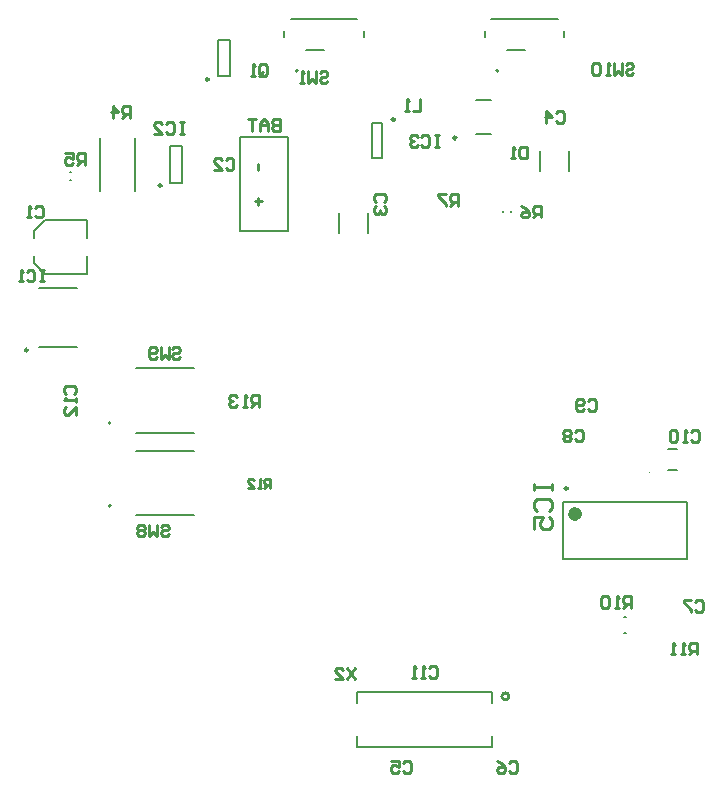
<source format=gbo>
G04*
G04 #@! TF.GenerationSoftware,Altium Limited,Altium Designer,22.3.1 (43)*
G04*
G04 Layer_Color=32896*
%FSLAX44Y44*%
%MOMM*%
G71*
G04*
G04 #@! TF.SameCoordinates,4B90D417-7196-441A-B007-7CACEF84B99C*
G04*
G04*
G04 #@! TF.FilePolarity,Positive*
G04*
G01*
G75*
%ADD10C,0.2000*%
%ADD11C,0.2540*%
%ADD12C,0.1000*%
%ADD13C,0.2500*%
%ADD14C,0.6000*%
%ADD15C,0.1270*%
%ADD110C,0.1540*%
D10*
X-87290Y409290D02*
G03*
X-87290Y409290I-1000J0D01*
G01*
X82710D02*
G03*
X82710Y409290I-1000J0D01*
G01*
X-245500Y41000D02*
G03*
X-245500Y41000I-1000J0D01*
G01*
X-245500Y111000D02*
G03*
X-245500Y111000I-1000J0D01*
G01*
X-52000Y271500D02*
Y288500D01*
X-28000Y271500D02*
Y288500D01*
X-306000Y225000D02*
X-274000D01*
X-306000Y175000D02*
X-274000D01*
X118000Y324000D02*
Y341000D01*
X142000Y324000D02*
Y341000D01*
X93500Y289500D02*
Y290500D01*
X86500Y289500D02*
Y290500D01*
X64000Y355500D02*
X76000D01*
X64000Y384500D02*
X76000D01*
X-24500Y365000D02*
X-15500D01*
X-24500Y335000D02*
Y365000D01*
X-15500Y335000D02*
Y365000D01*
X-24500Y335000D02*
X-15500D01*
X137500Y44000D02*
X242500D01*
X137500Y-4000D02*
X242500D01*
X137500D02*
Y44000D01*
X242500Y-4000D02*
Y44000D01*
X-280500Y316500D02*
X-279500D01*
X-280500Y323500D02*
X-279500D01*
X-255000Y307500D02*
Y352500D01*
X-225000Y307500D02*
Y352500D01*
X-155000Y404500D02*
X-145000D01*
X-155000Y435500D02*
X-145000D01*
X-155000Y404500D02*
Y435500D01*
X-145000Y404500D02*
Y435500D01*
X-195000Y314500D02*
X-185000D01*
X-195000Y345500D02*
X-185000D01*
X-195000Y314500D02*
Y345500D01*
X-185000Y314500D02*
Y345500D01*
X-301500Y282500D02*
X-265500D01*
Y267500D02*
Y282500D01*
Y237500D02*
Y252500D01*
X-301500Y237500D02*
X-265500D01*
X-310500Y267500D02*
Y273500D01*
X-301500Y282500D01*
X-310500Y246500D02*
X-301500Y237500D01*
X-310500Y246500D02*
Y252500D01*
X226000Y71000D02*
X234000D01*
X226000Y89000D02*
X234000D01*
X189000Y-66750D02*
X191000D01*
X189000Y-53250D02*
X191000D01*
D11*
X91542Y-120442D02*
G03*
X91542Y-120442I-2962J0D01*
G01*
X158581Y129560D02*
X160247Y131226D01*
X163580D01*
X165246Y129560D01*
Y122895D01*
X163580Y121229D01*
X160247D01*
X158581Y122895D01*
X155249D02*
X153583Y121229D01*
X150251D01*
X148584Y122895D01*
Y129560D01*
X150251Y131226D01*
X153583D01*
X155249Y129560D01*
Y127894D01*
X153583Y126228D01*
X148584D01*
X-120576Y295881D02*
Y301212D01*
X-117910Y298546D02*
X-123242D01*
X-120805Y325192D02*
Y330523D01*
X-38960Y-96047D02*
X-45624Y-106044D01*
Y-96047D02*
X-38960Y-106044D01*
X-55621D02*
X-48957D01*
X-55621Y-99380D01*
Y-97713D01*
X-53955Y-96047D01*
X-50623D01*
X-48957Y-97713D01*
X190315Y413974D02*
X191981Y415641D01*
X195313D01*
X196979Y413974D01*
Y412308D01*
X195313Y410642D01*
X191981D01*
X190315Y408976D01*
Y407310D01*
X191981Y405644D01*
X195313D01*
X196979Y407310D01*
X186983Y415641D02*
Y405644D01*
X183650Y408976D01*
X180318Y405644D01*
Y415641D01*
X176986Y405644D02*
X173654D01*
X175320D01*
Y415641D01*
X176986Y413974D01*
X168655D02*
X166989Y415641D01*
X163657D01*
X161991Y413974D01*
Y407310D01*
X163657Y405644D01*
X166989D01*
X168655Y407310D01*
Y413974D01*
X-193335Y173332D02*
X-191669Y174998D01*
X-188337D01*
X-186671Y173332D01*
Y171666D01*
X-188337Y170000D01*
X-191669D01*
X-193335Y168334D01*
Y166668D01*
X-191669Y165002D01*
X-188337D01*
X-186671Y166668D01*
X-196668Y174998D02*
Y165002D01*
X-200000Y168334D01*
X-203332Y165002D01*
Y174998D01*
X-206665Y166668D02*
X-208331Y165002D01*
X-211663D01*
X-213329Y166668D01*
Y173332D01*
X-211663Y174998D01*
X-208331D01*
X-206665Y173332D01*
Y171666D01*
X-208331Y170000D01*
X-213329D01*
X-203335Y23332D02*
X-201669Y24998D01*
X-198337D01*
X-196671Y23332D01*
Y21666D01*
X-198337Y20000D01*
X-201669D01*
X-203335Y18334D01*
Y16668D01*
X-201669Y15002D01*
X-198337D01*
X-196671Y16668D01*
X-206668Y24998D02*
Y15002D01*
X-210000Y18334D01*
X-213332Y15002D01*
Y24998D01*
X-216665Y23332D02*
X-218331Y24998D01*
X-221663D01*
X-223329Y23332D01*
Y21666D01*
X-221663Y20000D01*
X-223329Y18334D01*
Y16668D01*
X-221663Y15002D01*
X-218331D01*
X-216665Y16668D01*
Y18334D01*
X-218331Y20000D01*
X-216665Y21666D01*
Y23332D01*
X-218331Y20000D02*
X-221663D01*
X-68749Y407589D02*
X-67083Y409256D01*
X-63750D01*
X-62084Y407589D01*
Y405923D01*
X-63750Y404257D01*
X-67083D01*
X-68749Y402591D01*
Y400925D01*
X-67083Y399259D01*
X-63750D01*
X-62084Y400925D01*
X-72081Y409256D02*
Y399259D01*
X-75413Y402591D01*
X-78746Y399259D01*
Y409256D01*
X-82078Y399259D02*
X-85410D01*
X-83744D01*
Y409256D01*
X-82078Y407589D01*
X-120240Y124842D02*
Y134839D01*
X-125238D01*
X-126904Y133173D01*
Y129840D01*
X-125238Y128174D01*
X-120240D01*
X-123572D02*
X-126904Y124842D01*
X-130237D02*
X-133569D01*
X-131903D01*
Y134839D01*
X-130237Y133173D01*
X-138567D02*
X-140234Y134839D01*
X-143566D01*
X-145232Y133173D01*
Y131507D01*
X-143566Y129840D01*
X-141900D01*
X-143566D01*
X-145232Y128174D01*
Y126508D01*
X-143566Y124842D01*
X-140234D01*
X-138567Y126508D01*
X-110628Y56251D02*
Y63749D01*
X-114377D01*
X-115626Y62499D01*
Y60000D01*
X-114377Y58750D01*
X-110628D01*
X-113127D02*
X-115626Y56251D01*
X-118126D02*
X-120625D01*
X-119375D01*
Y63749D01*
X-118126Y62499D01*
X-129372Y56251D02*
X-124374D01*
X-129372Y61250D01*
Y62499D01*
X-128122Y63749D01*
X-125623D01*
X-124374Y62499D01*
X250830Y-84998D02*
Y-75002D01*
X245831D01*
X244165Y-76668D01*
Y-80000D01*
X245831Y-81666D01*
X250830D01*
X247498D02*
X244165Y-84998D01*
X240833D02*
X237501D01*
X239167D01*
Y-75002D01*
X240833Y-76668D01*
X232502Y-84998D02*
X229170D01*
X230836D01*
Y-75002D01*
X232502Y-76668D01*
X194494Y-45541D02*
Y-35545D01*
X189495D01*
X187829Y-37211D01*
Y-40543D01*
X189495Y-42209D01*
X194494D01*
X191161D02*
X187829Y-45541D01*
X184497D02*
X181165D01*
X182831D01*
Y-35545D01*
X184497Y-37211D01*
X176166D02*
X174500Y-35545D01*
X171168D01*
X169502Y-37211D01*
Y-43875D01*
X171168Y-45541D01*
X174500D01*
X176166Y-43875D01*
Y-37211D01*
X48331Y295002D02*
Y304998D01*
X43332D01*
X41666Y303332D01*
Y300000D01*
X43332Y298334D01*
X48331D01*
X44998D02*
X41666Y295002D01*
X38334Y304998D02*
X31669D01*
Y303332D01*
X38334Y296668D01*
Y295002D01*
X118331Y285002D02*
Y294998D01*
X113332D01*
X111666Y293332D01*
Y290000D01*
X113332Y288334D01*
X118331D01*
X114998D02*
X111666Y285002D01*
X101669Y294998D02*
X105002Y293332D01*
X108334Y290000D01*
Y286668D01*
X106668Y285002D01*
X103336D01*
X101669Y286668D01*
Y288334D01*
X103336Y290000D01*
X108334D01*
X-267565Y329325D02*
Y339322D01*
X-272564D01*
X-274230Y337655D01*
Y334323D01*
X-272564Y332657D01*
X-267565D01*
X-270897D02*
X-274230Y329325D01*
X-284226Y339322D02*
X-277562D01*
Y334323D01*
X-280894Y335989D01*
X-282560D01*
X-284226Y334323D01*
Y330991D01*
X-282560Y329325D01*
X-279228D01*
X-277562Y330991D01*
X-229073Y369566D02*
Y379563D01*
X-234072D01*
X-235738Y377897D01*
Y374565D01*
X-234072Y372899D01*
X-229073D01*
X-232405D02*
X-235738Y369566D01*
X-244068D02*
Y379563D01*
X-239070Y374565D01*
X-245734D01*
X-120000Y406668D02*
Y413332D01*
X-118334Y414998D01*
X-115002D01*
X-113336Y413332D01*
Y406668D01*
X-115002Y405002D01*
X-118334D01*
X-116668Y408334D02*
X-120000Y405002D01*
X-118334D02*
X-120000Y406668D01*
X-123332Y405002D02*
X-126664D01*
X-124998D01*
Y414998D01*
X-123332Y413332D01*
X16665Y384998D02*
Y375002D01*
X10000D01*
X6668D02*
X3336D01*
X5002D01*
Y384998D01*
X6668Y383332D01*
X112382Y59044D02*
Y53965D01*
Y56505D01*
X127618D01*
Y59044D01*
Y53965D01*
X114922Y36191D02*
X112382Y38730D01*
Y43809D01*
X114922Y46348D01*
X125078D01*
X127618Y43809D01*
Y38730D01*
X125078Y36191D01*
X112382Y20956D02*
Y31113D01*
X120000D01*
X117461Y26035D01*
Y23495D01*
X120000Y20956D01*
X125078D01*
X127618Y23495D01*
Y28574D01*
X125078Y31113D01*
X32496Y354998D02*
X29164D01*
X30830D01*
Y345002D01*
X32496D01*
X29164D01*
X17501Y353332D02*
X19167Y354998D01*
X22499D01*
X24165Y353332D01*
Y346668D01*
X22499Y345002D01*
X19167D01*
X17501Y346668D01*
X14169Y353332D02*
X12502Y354998D01*
X9170D01*
X7504Y353332D01*
Y351666D01*
X9170Y350000D01*
X10836D01*
X9170D01*
X7504Y348334D01*
Y346668D01*
X9170Y345002D01*
X12502D01*
X14169Y346668D01*
X-183740Y365979D02*
X-187072D01*
X-185406D01*
Y355982D01*
X-183740D01*
X-187072D01*
X-198735Y364313D02*
X-197069Y365979D01*
X-193737D01*
X-192071Y364313D01*
Y357648D01*
X-193737Y355982D01*
X-197069D01*
X-198735Y357648D01*
X-208732Y355982D02*
X-202067D01*
X-208732Y362646D01*
Y364313D01*
X-207066Y365979D01*
X-203734D01*
X-202067Y364313D01*
X-301861Y240818D02*
X-305194D01*
X-303527D01*
Y230822D01*
X-301861D01*
X-305194D01*
X-316856Y239152D02*
X-315190Y240818D01*
X-311858D01*
X-310192Y239152D01*
Y232488D01*
X-311858Y230822D01*
X-315190D01*
X-316856Y232488D01*
X-320189Y230822D02*
X-323521D01*
X-321855D01*
Y240818D01*
X-320189Y239152D01*
X106664Y344998D02*
Y335002D01*
X101666D01*
X100000Y336668D01*
Y343332D01*
X101666Y344998D01*
X106664D01*
X96668Y335002D02*
X93336D01*
X95002D01*
Y344998D01*
X96668Y343332D01*
X-283332Y135831D02*
X-284998Y137498D01*
Y140830D01*
X-283332Y142496D01*
X-276668D01*
X-275002Y140830D01*
Y137498D01*
X-276668Y135831D01*
X-275002Y132499D02*
Y129167D01*
Y130833D01*
X-284998D01*
X-283332Y132499D01*
X-275002Y117504D02*
Y124169D01*
X-281666Y117504D01*
X-283332D01*
X-284998Y119170D01*
Y122502D01*
X-283332Y124169D01*
X24165Y-96668D02*
X25831Y-95002D01*
X29164D01*
X30830Y-96668D01*
Y-103332D01*
X29164Y-104998D01*
X25831D01*
X24165Y-103332D01*
X20833Y-104998D02*
X17501D01*
X19167D01*
Y-95002D01*
X20833Y-96668D01*
X12502Y-104998D02*
X9170D01*
X10836D01*
Y-95002D01*
X12502Y-96668D01*
X245832Y103332D02*
X247498Y104998D01*
X250830D01*
X252496Y103332D01*
Y96668D01*
X250830Y95002D01*
X247498D01*
X245832Y96668D01*
X242499Y95002D02*
X239167D01*
X240833D01*
Y104998D01*
X242499Y103332D01*
X234168D02*
X232502Y104998D01*
X229170D01*
X227504Y103332D01*
Y96668D01*
X229170Y95002D01*
X232502D01*
X234168Y96668D01*
Y103332D01*
X147669Y103709D02*
X149336Y105375D01*
X152668D01*
X154334Y103709D01*
Y97044D01*
X152668Y95378D01*
X149336D01*
X147669Y97044D01*
X144337Y103709D02*
X142671Y105375D01*
X139339D01*
X137673Y103709D01*
Y102043D01*
X139339Y100376D01*
X137673Y98710D01*
Y97044D01*
X139339Y95378D01*
X142671D01*
X144337Y97044D01*
Y98710D01*
X142671Y100376D01*
X144337Y102043D01*
Y103709D01*
X142671Y100376D02*
X139339D01*
X249380Y-40781D02*
X251046Y-39115D01*
X254378D01*
X256044Y-40781D01*
Y-47446D01*
X254378Y-49112D01*
X251046D01*
X249380Y-47446D01*
X246047Y-39115D02*
X239383D01*
Y-40781D01*
X246047Y-47446D01*
Y-49112D01*
X91666Y-176668D02*
X93332Y-175002D01*
X96664D01*
X98331Y-176668D01*
Y-183332D01*
X96664Y-184998D01*
X93332D01*
X91666Y-183332D01*
X81669Y-175002D02*
X85002Y-176668D01*
X88334Y-180000D01*
Y-183332D01*
X86668Y-184998D01*
X83336D01*
X81669Y-183332D01*
Y-181666D01*
X83336Y-180000D01*
X88334D01*
X1666Y-176668D02*
X3332Y-175002D01*
X6665D01*
X8331Y-176668D01*
Y-183332D01*
X6665Y-184998D01*
X3332D01*
X1666Y-183332D01*
X-8331Y-175002D02*
X-1666D01*
Y-180000D01*
X-4998Y-178334D01*
X-6665D01*
X-8331Y-180000D01*
Y-183332D01*
X-6665Y-184998D01*
X-3332D01*
X-1666Y-183332D01*
X131666Y373332D02*
X133332Y374998D01*
X136664D01*
X138331Y373332D01*
Y366668D01*
X136664Y365002D01*
X133332D01*
X131666Y366668D01*
X123336Y365002D02*
Y374998D01*
X128334Y370000D01*
X121669D01*
X-20670Y298040D02*
X-22336Y299706D01*
Y303038D01*
X-20670Y304704D01*
X-14006D01*
X-12340Y303038D01*
Y299706D01*
X-14006Y298040D01*
X-20670Y294708D02*
X-22336Y293041D01*
Y289709D01*
X-20670Y288043D01*
X-19004D01*
X-17338Y289709D01*
Y291375D01*
Y289709D01*
X-15672Y288043D01*
X-14006D01*
X-12340Y289709D01*
Y293041D01*
X-14006Y294708D01*
X-148334Y333332D02*
X-146668Y334998D01*
X-143336D01*
X-141669Y333332D01*
Y326668D01*
X-143336Y325002D01*
X-146668D01*
X-148334Y326668D01*
X-158331Y325002D02*
X-151666D01*
X-158331Y331666D01*
Y333332D01*
X-156664Y334998D01*
X-153332D01*
X-151666Y333332D01*
X-310000Y293332D02*
X-308334Y294998D01*
X-305002D01*
X-303335Y293332D01*
Y286668D01*
X-305002Y285002D01*
X-308334D01*
X-310000Y286668D01*
X-313332Y285002D02*
X-316665D01*
X-314998D01*
Y294998D01*
X-313332Y293332D01*
X-102453Y368339D02*
Y358342D01*
X-107451D01*
X-109118Y360008D01*
Y361674D01*
X-107451Y363341D01*
X-102453D01*
X-107451D01*
X-109118Y365007D01*
Y366673D01*
X-107451Y368339D01*
X-102453D01*
X-112450Y358342D02*
Y365007D01*
X-115782Y368339D01*
X-119114Y365007D01*
Y358342D01*
Y363341D01*
X-112450D01*
X-122447Y368339D02*
X-129111D01*
X-125779D01*
Y358342D01*
D12*
X210500Y68750D02*
G03*
X210500Y68750I-500J0D01*
G01*
D13*
X-315750Y172700D02*
G03*
X-315750Y172700I-1250J0D01*
G01*
X47000Y352500D02*
G03*
X47000Y352500I-1250J0D01*
G01*
X-5000Y368000D02*
G03*
X-5000Y368000I-1250J0D01*
G01*
X141250Y55500D02*
G03*
X141250Y55500I-1250J0D01*
G01*
X-162500Y402000D02*
G03*
X-162500Y402000I-1250J0D01*
G01*
X-202500Y312000D02*
G03*
X-202500Y312000I-1250J0D01*
G01*
D14*
X150500Y34000D02*
G03*
X150500Y34000I-3000J0D01*
G01*
D15*
X-31500Y437460D02*
Y442540D01*
X-80000Y427000D02*
X-65000D01*
X-93300Y453000D02*
X-36700D01*
X-98500Y437460D02*
Y442540D01*
X138500Y437460D02*
Y442540D01*
X76700Y453000D02*
X133300D01*
X71500Y437460D02*
Y442540D01*
X90000Y427000D02*
X105000D01*
X-224500Y87200D02*
X-175500D01*
X-224500Y32800D02*
X-175500D01*
X-224500Y157200D02*
X-175500D01*
X-224500Y102800D02*
X-175500D01*
X77000Y-126000D02*
Y-116500D01*
X-37000D02*
X77000D01*
X-37000Y-126000D02*
Y-116500D01*
Y-163500D02*
Y-154000D01*
Y-163500D02*
X77000D01*
Y-154000D01*
D110*
X-135782Y273341D02*
X-95782D01*
X-135782Y353341D02*
X-95782D01*
Y273341D02*
Y353341D01*
X-135782Y273341D02*
Y353341D01*
M02*

</source>
